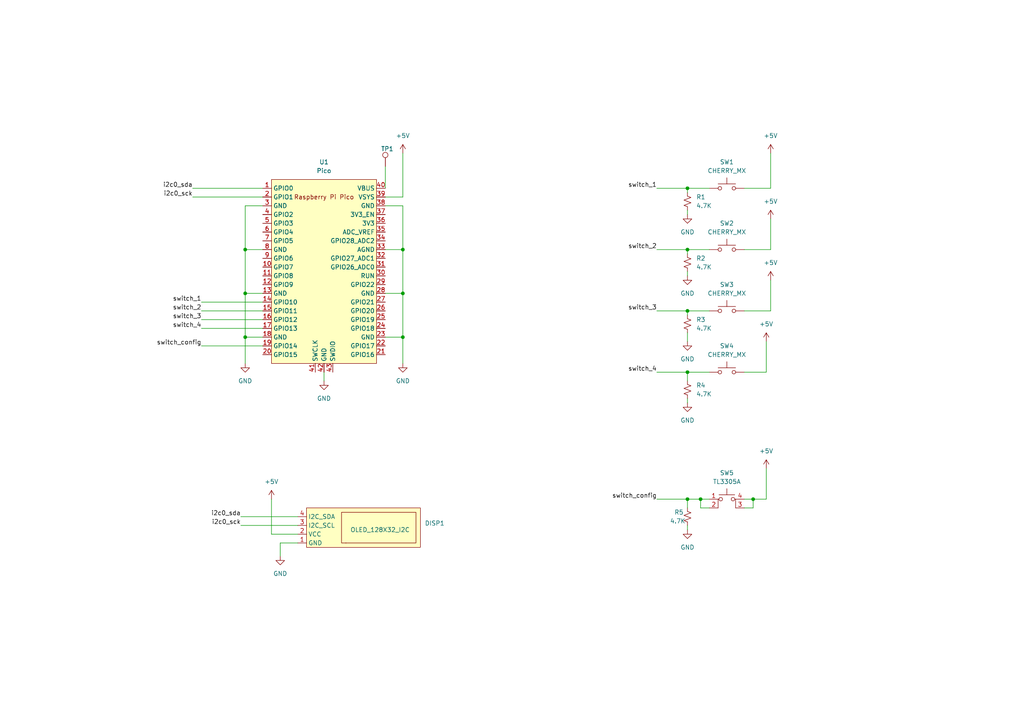
<source format=kicad_sch>
(kicad_sch (version 20211123) (generator eeschema)
  (paper "A4")
  (lib_symbols
    (symbol "Connector:TestPoint" (pin_numbers hide) (pin_names (offset 0.762) hide)
      (property "Reference" "TP" (at 0 6.858 0))
      (property "Value" "TestPoint" (at 0 5.08 0))
      (symbol "TestPoint_0_1"
        (circle (center 0 3.302) (radius 0.762))
      )
      (symbol "TestPoint_1_1"
        (pin passive line (at 0 0 90) (length 2.54) (name "1") (number "1"))
      )
    )
    (symbol "Device:R_Small_US" (pin_numbers hide) (pin_names (offset 0.254) hide)
      (property "Reference" "R" (at 0.762 0.508 0))
      (property "Value" "R_Small_US" (at 0.762 -1.016 0))
      (symbol "R_Small_US_1_1"
        (polyline (pts (xy 0 0) (xy 1.016 -0.381) (xy 0 -0.762) (xy -1.016 -1.143) (xy 0 -1.524)))
        (polyline (pts (xy 0 1.524) (xy 1.016 1.143) (xy 0 0.762) (xy -1.016 0.381) (xy 0 0)))
        (pin passive line (at 0 2.54 270) (length 1.016) (name "~") (number "1"))
        (pin passive line (at 0 -2.54 90) (length 1.016) (name "~") (number "2"))
      )
    )
    (symbol "MCU_RaspberryPi_and_Boards:Pico"
      (property "Reference" "U" (at -13.97 27.94 0))
      (property "Value" "Pico" (at 0 19.05 0))
      (symbol "Pico_0_0"
        (text "Raspberry Pi Pico" (at 0 21.59 0) (effects (font (size 1.27 1.27))))
      )
      (symbol "Pico_0_1"
        (rectangle (start -15.24 26.67) (end 15.24 -26.67) (fill (type background)))
      )
      (symbol "Pico_1_1"
        (pin bidirectional line (at -17.78 24.13 0) (length 2.54) (name "GPIO0") (number "1"))
        (pin bidirectional line (at -17.78 1.27 0) (length 2.54) (name "GPIO7") (number "10"))
        (pin bidirectional line (at -17.78 -1.27 0) (length 2.54) (name "GPIO8") (number "11"))
        (pin bidirectional line (at -17.78 -3.81 0) (length 2.54) (name "GPIO9") (number "12"))
        (pin power_in line (at -17.78 -6.35 0) (length 2.54) (name "GND") (number "13"))
        (pin bidirectional line (at -17.78 -8.89 0) (length 2.54) (name "GPIO10") (number "14"))
        (pin bidirectional line (at -17.78 -11.43 0) (length 2.54) (name "GPIO11") (number "15"))
        (pin bidirectional line (at -17.78 -13.97 0) (length 2.54) (name "GPIO12") (number "16"))
        (pin bidirectional line (at -17.78 -16.51 0) (length 2.54) (name "GPIO13") (number "17"))
        (pin power_in line (at -17.78 -19.05 0) (length 2.54) (name "GND") (number "18"))
        (pin bidirectional line (at -17.78 -21.59 0) (length 2.54) (name "GPIO14") (number "19"))
        (pin bidirectional line (at -17.78 21.59 0) (length 2.54) (name "GPIO1") (number "2"))
        (pin bidirectional line (at -17.78 -24.13 0) (length 2.54) (name "GPIO15") (number "20"))
        (pin bidirectional line (at 17.78 -24.13 180) (length 2.54) (name "GPIO16") (number "21"))
        (pin bidirectional line (at 17.78 -21.59 180) (length 2.54) (name "GPIO17") (number "22"))
        (pin power_in line (at 17.78 -19.05 180) (length 2.54) (name "GND") (number "23"))
        (pin bidirectional line (at 17.78 -16.51 180) (length 2.54) (name "GPIO18") (number "24"))
        (pin bidirectional line (at 17.78 -13.97 180) (length 2.54) (name "GPIO19") (number "25"))
        (pin bidirectional line (at 17.78 -11.43 180) (length 2.54) (name "GPIO20") (number "26"))
        (pin bidirectional line (at 17.78 -8.89 180) (length 2.54) (name "GPIO21") (number "27"))
        (pin power_in line (at 17.78 -6.35 180) (length 2.54) (name "GND") (number "28"))
        (pin bidirectional line (at 17.78 -3.81 180) (length 2.54) (name "GPIO22") (number "29"))
        (pin power_in line (at -17.78 19.05 0) (length 2.54) (name "GND") (number "3"))
        (pin input line (at 17.78 -1.27 180) (length 2.54) (name "RUN") (number "30"))
        (pin bidirectional line (at 17.78 1.27 180) (length 2.54) (name "GPIO26_ADC0") (number "31"))
        (pin bidirectional line (at 17.78 3.81 180) (length 2.54) (name "GPIO27_ADC1") (number "32"))
        (pin power_in line (at 17.78 6.35 180) (length 2.54) (name "AGND") (number "33"))
        (pin bidirectional line (at 17.78 8.89 180) (length 2.54) (name "GPIO28_ADC2") (number "34"))
        (pin power_in line (at 17.78 11.43 180) (length 2.54) (name "ADC_VREF") (number "35"))
        (pin power_in line (at 17.78 13.97 180) (length 2.54) (name "3V3") (number "36"))
        (pin input line (at 17.78 16.51 180) (length 2.54) (name "3V3_EN") (number "37"))
        (pin bidirectional line (at 17.78 19.05 180) (length 2.54) (name "GND") (number "38"))
        (pin power_in line (at 17.78 21.59 180) (length 2.54) (name "VSYS") (number "39"))
        (pin bidirectional line (at -17.78 16.51 0) (length 2.54) (name "GPIO2") (number "4"))
        (pin power_in line (at 17.78 24.13 180) (length 2.54) (name "VBUS") (number "40"))
        (pin input line (at -2.54 -29.21 90) (length 2.54) (name "SWCLK") (number "41"))
        (pin power_in line (at 0 -29.21 90) (length 2.54) (name "GND") (number "42"))
        (pin bidirectional line (at 2.54 -29.21 90) (length 2.54) (name "SWDIO") (number "43"))
        (pin bidirectional line (at -17.78 13.97 0) (length 2.54) (name "GPIO3") (number "5"))
        (pin bidirectional line (at -17.78 11.43 0) (length 2.54) (name "GPIO4") (number "6"))
        (pin bidirectional line (at -17.78 8.89 0) (length 2.54) (name "GPIO5") (number "7"))
        (pin power_in line (at -17.78 6.35 0) (length 2.54) (name "GND") (number "8"))
        (pin bidirectional line (at -17.78 3.81 0) (length 2.54) (name "GPIO6") (number "9"))
      )
    )
    (symbol "Switch:SW_MEC_5E" (pin_names (offset 1.016) hide)
      (property "Reference" "SW" (at 0.635 5.715 0))
      (property "Value" "SW_MEC_5E" (at 0 -3.175 0))
      (symbol "SW_MEC_5E_0_1"
        (circle (center -1.778 2.54) (radius 0.508))
        (polyline (pts (xy -2.286 3.81) (xy 2.286 3.81)))
        (polyline (pts (xy 0 3.81) (xy 0 5.588)))
        (polyline (pts (xy -2.54 0) (xy -2.54 2.54) (xy -2.286 2.54)))
        (polyline (pts (xy 2.54 0) (xy 2.54 2.54) (xy 2.286 2.54)))
        (circle (center 1.778 2.54) (radius 0.508))
        (pin passive line (at -5.08 2.54 0) (length 2.54) (name "1") (number "1"))
        (pin passive line (at -5.08 0 0) (length 2.54) (name "2") (number "2"))
        (pin passive line (at 5.08 0 180) (length 2.54) (name "K") (number "3"))
        (pin passive line (at 5.08 2.54 180) (length 2.54) (name "A") (number "4"))
      )
    )
    (symbol "Switch:SW_MEC_5G" (pin_numbers hide) (pin_names (offset 1.016) hide)
      (property "Reference" "SW" (at 1.27 2.54 0))
      (property "Value" "SW_MEC_5G" (at 0 -1.524 0))
      (symbol "SW_MEC_5G_0_1"
        (circle (center -2.032 0) (radius 0.508))
        (polyline (pts (xy 0 1.27) (xy 0 3.048)))
        (polyline (pts (xy 2.54 1.27) (xy -2.54 1.27)))
        (circle (center 2.032 0) (radius 0.508))
        (pin passive line (at -5.08 0 0) (length 2.54) (name "A") (number "1"))
        (pin passive line (at 5.08 0 180) (length 2.54) (name "B") (number "3"))
      )
      (symbol "SW_MEC_5G_1_1"
        (pin passive line (at -5.08 0 0) (length 2.54) hide (name "A") (number "2"))
        (pin passive line (at 5.08 0 180) (length 2.54) hide (name "B") (number "4"))
      )
    )
    (symbol "macro_keypad:OLED_128X32_I2C"
      (property "Reference" "DISP" (at 13.97 12.7 0))
      (property "Value" "OLED_128X32_I2C" (at 21.59 6.35 0))
      (symbol "OLED_128X32_I2C_0_1"
        (rectangle (start 0 11.43) (end 33.02 0) (fill (type background)))
        (rectangle (start 10.16 10.16) (end 31.75 1.27))
        (rectangle (start 11.43 1.27) (end 11.43 1.27))
        (rectangle (start 11.43 1.27) (end 11.43 1.27))
      )
      (symbol "OLED_128X32_I2C_1_1"
        (pin power_in line (at -2.54 1.27 0) (length 2.54) (name "GND") (number "1"))
        (pin power_in line (at -2.54 3.81 0) (length 2.54) (name "VCC") (number "2"))
        (pin input line (at -2.54 6.35 0) (length 2.54) (name "I2C_SCL") (number "3"))
        (pin bidirectional line (at -2.54 8.89 0) (length 2.54) (name "I2C_SDA") (number "4"))
      )
    )
    (symbol "power:+5V" (power) (pin_names (offset 0))
      (property "Value" "+5V" (at 0 3.556 0))
      (symbol "+5V_0_1"
        (polyline (pts (xy -0.762 1.27) (xy 0 2.54)))
        (polyline (pts (xy 0 0) (xy 0 2.54)))
        (polyline (pts (xy 0 2.54) (xy 0.762 1.27)))
      )
      (symbol "+5V_1_1"
        (pin power_in line (at 0 0 90) (length 0) hide (name "+5V") (number "1"))
      )
    )
    (symbol "power:GND" (power) (pin_names (offset 0))
      (property "Value" "GND" (at 0 -3.81 0))
      (symbol "GND_0_1"
        (polyline (pts (xy 0 0) (xy 0 -1.27) (xy 1.27 -1.27) (xy 0 -2.54) (xy -1.27 -1.27) (xy 0 -1.27)))
      )
      (symbol "GND_1_1"
        (pin power_in line (at 0 0 270) (length 0) hide (name "GND") (number "1"))
      )
    )
  )
  (junction (at 218.44 144.78))
  (junction (at 71.12 72.39))
  (junction (at 116.84 97.79))
  (junction (at 199.39 144.78))
  (junction (at 199.39 90.17))
  (junction (at 116.84 72.39))
  (junction (at 203.2 144.78))
  (junction (at 116.84 85.09))
  (junction (at 199.39 72.39))
  (junction (at 199.39 54.61))
  (junction (at 71.12 85.09))
  (junction (at 199.39 107.95))
  (junction (at 71.12 97.79))
  (wire (pts (xy 218.44 144.78) (xy 218.44 147.32)))
  (wire (pts (xy 199.39 90.17) (xy 205.74 90.17)))
  (wire (pts (xy 76.2 95.25) (xy 58.42 95.25)))
  (wire (pts (xy 76.2 90.17) (xy 58.42 90.17)))
  (wire (pts (xy 199.39 90.17) (xy 199.39 91.44)))
  (wire (pts (xy 215.9 54.61) (xy 223.52 54.61)))
  (wire (pts (xy 76.2 87.63) (xy 58.42 87.63)))
  (wire (pts (xy 111.76 57.15) (xy 116.84 57.15)))
  (wire (pts (xy 215.9 107.95) (xy 222.25 107.95)))
  (wire (pts (xy 69.85 149.86) (xy 86.36 149.86)))
  (wire (pts (xy 199.39 54.61) (xy 205.74 54.61)))
  (wire (pts (xy 71.12 85.09) (xy 71.12 97.79)))
  (wire (pts (xy 71.12 59.69) (xy 71.12 72.39)))
  (wire (pts (xy 199.39 72.39) (xy 205.74 72.39)))
  (wire (pts (xy 78.74 154.94) (xy 86.36 154.94)))
  (wire (pts (xy 76.2 59.69) (xy 71.12 59.69)))
  (wire (pts (xy 116.84 44.45) (xy 116.84 57.15)))
  (wire (pts (xy 69.85 152.4) (xy 86.36 152.4)))
  (wire (pts (xy 111.76 59.69) (xy 116.84 59.69)))
  (wire (pts (xy 222.25 135.89) (xy 222.25 144.78)))
  (wire (pts (xy 93.98 107.95) (xy 93.98 110.49)))
  (wire (pts (xy 199.39 78.74) (xy 199.39 80.01)))
  (wire (pts (xy 199.39 144.78) (xy 199.39 147.32)))
  (wire (pts (xy 203.2 144.78) (xy 203.2 147.32)))
  (wire (pts (xy 223.52 63.5) (xy 223.52 72.39)))
  (wire (pts (xy 223.52 44.45) (xy 223.52 54.61)))
  (wire (pts (xy 111.76 85.09) (xy 116.84 85.09)))
  (wire (pts (xy 199.39 115.57) (xy 199.39 116.84)))
  (wire (pts (xy 55.88 57.15) (xy 76.2 57.15)))
  (wire (pts (xy 218.44 147.32) (xy 215.9 147.32)))
  (wire (pts (xy 218.44 144.78) (xy 222.25 144.78)))
  (wire (pts (xy 116.84 85.09) (xy 116.84 97.79)))
  (wire (pts (xy 199.39 144.78) (xy 203.2 144.78)))
  (wire (pts (xy 111.76 72.39) (xy 116.84 72.39)))
  (wire (pts (xy 111.76 48.26) (xy 111.76 54.61)))
  (wire (pts (xy 71.12 85.09) (xy 76.2 85.09)))
  (wire (pts (xy 190.5 72.39) (xy 199.39 72.39)))
  (wire (pts (xy 199.39 54.61) (xy 199.39 55.88)))
  (wire (pts (xy 116.84 59.69) (xy 116.84 72.39)))
  (wire (pts (xy 199.39 72.39) (xy 199.39 73.66)))
  (wire (pts (xy 199.39 107.95) (xy 199.39 110.49)))
  (wire (pts (xy 223.52 81.28) (xy 223.52 90.17)))
  (wire (pts (xy 116.84 72.39) (xy 116.84 85.09)))
  (wire (pts (xy 190.5 144.78) (xy 199.39 144.78)))
  (wire (pts (xy 190.5 107.95) (xy 199.39 107.95)))
  (wire (pts (xy 116.84 97.79) (xy 116.84 105.41)))
  (wire (pts (xy 199.39 107.95) (xy 205.74 107.95)))
  (wire (pts (xy 199.39 60.96) (xy 199.39 62.23)))
  (wire (pts (xy 190.5 54.61) (xy 199.39 54.61)))
  (wire (pts (xy 203.2 147.32) (xy 205.74 147.32)))
  (wire (pts (xy 222.25 99.06) (xy 222.25 107.95)))
  (wire (pts (xy 71.12 72.39) (xy 71.12 85.09)))
  (wire (pts (xy 76.2 92.71) (xy 58.42 92.71)))
  (wire (pts (xy 71.12 97.79) (xy 76.2 97.79)))
  (wire (pts (xy 55.88 54.61) (xy 76.2 54.61)))
  (wire (pts (xy 81.28 157.48) (xy 86.36 157.48)))
  (wire (pts (xy 81.28 161.29) (xy 81.28 157.48)))
  (wire (pts (xy 199.39 152.4) (xy 199.39 153.67)))
  (wire (pts (xy 71.12 72.39) (xy 76.2 72.39)))
  (wire (pts (xy 215.9 90.17) (xy 223.52 90.17)))
  (wire (pts (xy 218.44 144.78) (xy 215.9 144.78)))
  (wire (pts (xy 71.12 97.79) (xy 71.12 105.41)))
  (wire (pts (xy 111.76 97.79) (xy 116.84 97.79)))
  (wire (pts (xy 58.42 100.33) (xy 76.2 100.33)))
  (wire (pts (xy 190.5 90.17) (xy 199.39 90.17)))
  (wire (pts (xy 78.74 144.78) (xy 78.74 154.94)))
  (wire (pts (xy 199.39 96.52) (xy 199.39 99.06)))
  (wire (pts (xy 215.9 72.39) (xy 223.52 72.39)))
  (wire (pts (xy 203.2 144.78) (xy 205.74 144.78)))
  (label "switch_3" (at 58.42 92.71 180))
  (label "switch_4" (at 58.42 95.25 180))
  (label "switch_config" (at 190.5 144.78 180))
  (label "switch_2" (at 58.42 90.17 180))
  (label "i2c0_sda" (at 69.85 149.86 180))
  (label "switch_2" (at 190.5 72.39 180))
  (label "switch_4" (at 190.5 107.95 180))
  (label "switch_config" (at 58.42 100.33 180))
  (label "switch_3" (at 190.5 90.17 180))
  (label "switch_1" (at 190.5 54.61 180))
  (label "i2c0_sck" (at 55.88 57.15 180))
  (label "i2c0_sda" (at 55.88 54.61 180))
  (label "switch_1" (at 58.42 87.63 180))
  (label "i2c0_sck" (at 69.85 152.4 180))
  (symbol (lib_id "Switch:SW_MEC_5G") (at 210.82 54.61 0) (unit 1)
    (property "Reference" "SW1" (at 210.82 46.99 0))
    (property "Value" "CHERRY_MX" (at 210.82 49.53 0))
    (property "Footprint" "Switch_Keyboard_Cherry_MX:SW_Cherry_MX_PCB" (effects hide))
    (property "Datasheet" "http://www.apem.com/int/index.php?controller=attachment&id_attachment=488" (effects hide))
  )
  (symbol (lib_id "power:+5V") (at 116.84 44.45 0) (unit 1)
    (property "Reference" "#PWR03" (effects hide))
    (property "Value" "+5V" (at 116.84 39.37 0))
  )
  (symbol (lib_id "power:+5V") (at 222.25 135.89 0) (unit 1)
    (property "Reference" "#PWR016" (effects hide))
    (property "Value" "+5V" (at 222.25 130.81 0))
  )
  (symbol (lib_id "Switch:SW_MEC_5G") (at 210.82 107.95 0) (unit 1)
    (property "Reference" "SW4" (at 210.82 100.33 0))
    (property "Value" "CHERRY_MX" (at 210.82 102.87 0))
    (property "Footprint" "Switch_Keyboard_Cherry_MX:SW_Cherry_MX_PCB" (effects hide))
    (property "Datasheet" "http://www.apem.com/int/index.php?controller=attachment&id_attachment=488" (effects hide))
  )
  (symbol (lib_id "power:+5V") (at 223.52 44.45 0) (unit 1)
    (property "Reference" "#PWR06" (effects hide))
    (property "Value" "+5V" (at 223.52 39.37 0))
  )
  (symbol (lib_id "power:+5V") (at 223.52 63.5 0) (unit 1)
    (property "Reference" "#PWR07" (effects hide))
    (property "Value" "+5V" (at 223.52 58.42 0))
  )
  (symbol (lib_id "Device:R_Small_US") (at 199.39 76.2 0) (unit 1)
    (property "Reference" "R2" (at 201.93 74.9299 0) (effects (justify left)))
    (property "Value" "4.7K" (at 201.93 77.4699 0) (effects (justify left)))
    (property "Footprint" "Resistor_SMD:R_0603_1608Metric" (effects hide))
  )
  (symbol (lib_id "power:GND") (at 199.39 116.84 0) (unit 1)
    (property "Reference" "#PWR012" (effects hide))
    (property "Value" "GND" (at 199.39 121.92 0))
  )
  (symbol (lib_id "macro_keypad:OLED_128X32_I2C") (at 88.9 158.75 0) (unit 1)
    (property "Reference" "DISP1" (at 123.19 151.7649 0) (effects (justify left)))
    (property "Value" "OLED_128X32_I2C" (at 101.6 153.67 0) (effects (justify left)))
  )
  (symbol (lib_id "Device:R_Small_US") (at 199.39 93.98 0) (unit 1)
    (property "Reference" "R3" (at 201.93 92.7099 0) (effects (justify left)))
    (property "Value" "4.7K" (at 201.93 95.2499 0) (effects (justify left)))
    (property "Footprint" "Resistor_SMD:R_0603_1608Metric" (effects hide))
  )
  (symbol (lib_id "power:+5V") (at 222.25 99.06 0) (unit 1)
    (property "Reference" "#PWR05" (effects hide))
    (property "Value" "+5V" (at 222.25 93.98 0))
  )
  (symbol (lib_id "Device:R_Small_US") (at 199.39 113.03 0) (unit 1)
    (property "Reference" "R4" (at 201.93 111.7599 0) (effects (justify left)))
    (property "Value" "4.7K" (at 201.93 114.2999 0) (effects (justify left)))
    (property "Footprint" "Resistor_SMD:R_0603_1608Metric" (effects hide))
  )
  (symbol (lib_id "power:GND") (at 93.98 110.49 0) (unit 1)
    (property "Reference" "#PWR02" (effects hide))
    (property "Value" "GND" (at 93.98 115.57 0))
  )
  (symbol (lib_id "Switch:SW_MEC_5E") (at 210.82 147.32 0) (unit 1)
    (property "Reference" "SW5" (at 210.82 137.16 0))
    (property "Value" "TL3305A" (at 210.82 139.7 0))
    (property "Footprint" "Button_Switch_SMD:SW_SPST_TL3305A" (effects hide))
    (property "Datasheet" "http://www.apem.com/int/index.php?controller=attachment&id_attachment=1371" (effects hide))
  )
  (symbol (lib_id "power:+5V") (at 78.74 144.78 0) (unit 1)
    (property "Reference" "#PWR013" (effects hide))
    (property "Value" "+5V" (at 78.74 139.7 0))
  )
  (symbol (lib_id "power:GND") (at 199.39 62.23 0) (unit 1)
    (property "Reference" "#PWR09" (effects hide))
    (property "Value" "GND" (at 199.39 67.31 0))
  )
  (symbol (lib_id "Switch:SW_MEC_5G") (at 210.82 72.39 0) (unit 1)
    (property "Reference" "SW2" (at 210.82 64.77 0))
    (property "Value" "CHERRY_MX" (at 210.82 67.31 0))
    (property "Footprint" "Switch_Keyboard_Cherry_MX:SW_Cherry_MX_PCB" (effects hide))
    (property "Datasheet" "http://www.apem.com/int/index.php?controller=attachment&id_attachment=488" (effects hide))
  )
  (symbol (lib_id "power:GND") (at 199.39 153.67 0) (unit 1)
    (property "Reference" "#PWR015" (effects hide))
    (property "Value" "GND" (at 199.39 158.75 0))
  )
  (symbol (lib_id "Device:R_Small_US") (at 199.39 149.86 0) (unit 1)
    (property "Reference" "R5" (at 195.58 148.59 0) (effects (justify left)))
    (property "Value" "4.7K" (at 194.31 151.13 0) (effects (justify left)))
    (property "Footprint" "Resistor_SMD:R_0603_1608Metric" (effects hide))
  )
  (symbol (lib_id "Switch:SW_MEC_5G") (at 210.82 90.17 0) (unit 1)
    (property "Reference" "SW3" (at 210.82 82.55 0))
    (property "Value" "CHERRY_MX" (at 210.82 85.09 0))
    (property "Footprint" "Switch_Keyboard_Cherry_MX:SW_Cherry_MX_PCB" (effects hide))
    (property "Datasheet" "http://www.apem.com/int/index.php?controller=attachment&id_attachment=488" (effects hide))
  )
  (symbol (lib_id "Connector:TestPoint") (at 111.76 48.26 0) (unit 1)
    (property "Reference" "TP1" (at 110.49 43.18 0) (effects (justify left)))
    (property "Value" "TestPoint" (effects hide))
  )
  (symbol (lib_id "Device:R_Small_US") (at 199.39 58.42 0) (unit 1)
    (property "Reference" "R1" (at 201.93 57.1499 0) (effects (justify left)))
    (property "Value" "4.7K" (at 201.93 59.6899 0) (effects (justify left)))
    (property "Footprint" "Resistor_SMD:R_0603_1608Metric" (effects hide))
  )
  (symbol (lib_id "power:+5V") (at 223.52 81.28 0) (unit 1)
    (property "Reference" "#PWR08" (effects hide))
    (property "Value" "+5V" (at 223.52 76.2 0))
  )
  (symbol (lib_id "power:GND") (at 81.28 161.29 0) (unit 1)
    (property "Reference" "#PWR014" (effects hide))
    (property "Value" "GND" (at 81.28 166.37 0))
  )
  (symbol (lib_id "power:GND") (at 199.39 80.01 0) (unit 1)
    (property "Reference" "#PWR010" (effects hide))
    (property "Value" "GND" (at 199.39 85.09 0))
  )
  (symbol (lib_id "power:GND") (at 199.39 99.06 0) (unit 1)
    (property "Reference" "#PWR011" (effects hide))
    (property "Value" "GND" (at 199.39 104.14 0))
  )
  (symbol (lib_id "MCU_RaspberryPi_and_Boards:Pico") (at 93.98 78.74 0) (unit 1)
    (property "Reference" "U1" (at 93.98 46.99 0))
    (property "Value" "Pico" (at 93.98 49.53 0))
    (property "Footprint" "RPi_Pico:RPi_Pico_SMD_TH" (effects hide))
  )
  (symbol (lib_id "power:GND") (at 71.12 105.41 0) (unit 1)
    (property "Reference" "#PWR01" (effects hide))
    (property "Value" "GND" (at 71.12 110.49 0))
  )
  (symbol (lib_id "power:GND") (at 116.84 105.41 0) (unit 1)
    (property "Reference" "#PWR04" (effects hide))
    (property "Value" "GND" (at 116.84 110.49 0))
  )
)
</source>
